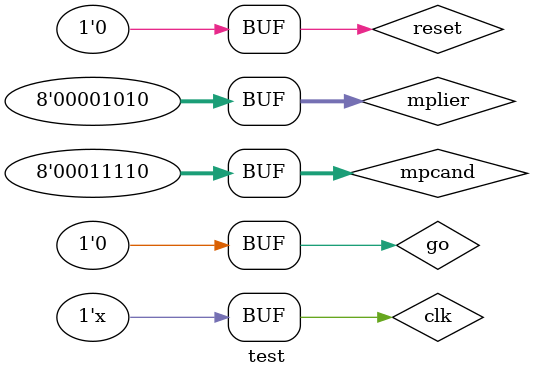
<source format=v>
`timescale 1ns / 1ps


module test; 

	// Inputs
	reg [7:0] mplier;
	reg [7:0] mpcand;
	reg go;
	reg clk;
	reg reset;

	// Outputs
	wire [15:0] prod;
	wire over;
	
	wire [1:0] check_state;
	// Instantiate the Unit Under Test (UUT)
	booth_radix4 uut (
		.mplier(mplier), 
		.mpcand(mpcand), 
		.go(go), 
		.clk(clk), 
		.prod(prod), 
		.over(over), 
		.reset(reset),
		.check_state(check_state)
	);

	initial begin
		// Initialize Inputs
		mplier = 10;
		mpcand = 30;
		go = 1;
		clk = 0;
		reset = 1;
		#10
		reset=0;
		// Wait 100 ns for global reset to finish
		#100;
			go=0;
		#20;
			mpcand=30;
		#100;
			go=1;
		#200;
			go=0;
		// Add stimulus here

	end
      always 
       #5  clk =  ! clk; 
endmodule


</source>
